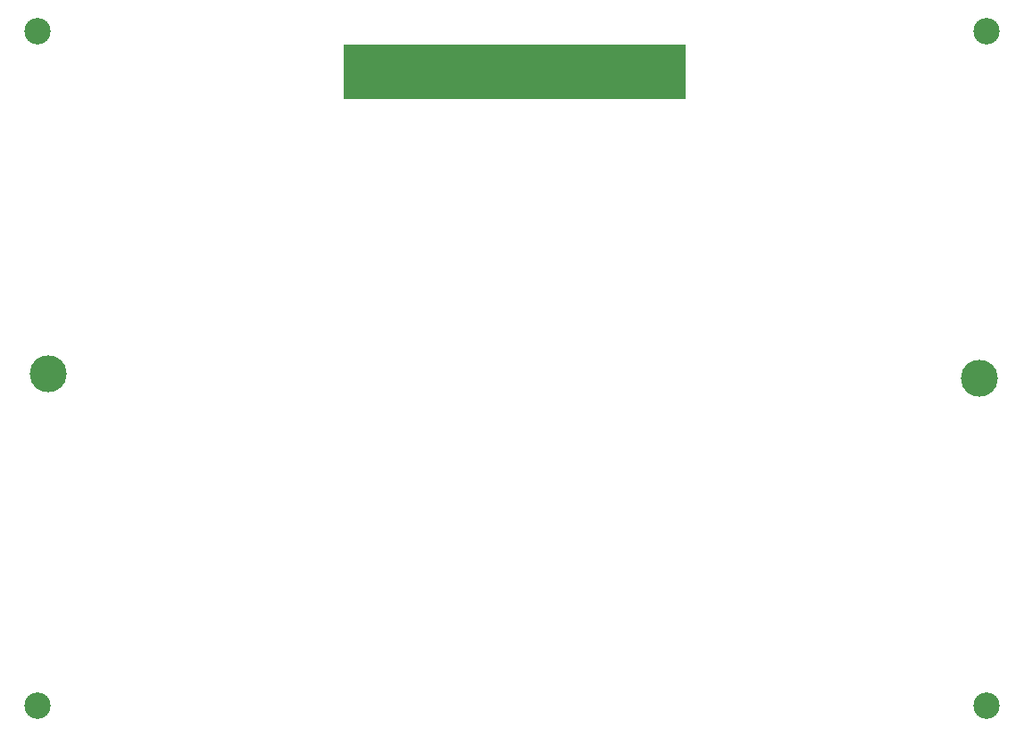
<source format=gbr>
%TF.GenerationSoftware,KiCad,Pcbnew,6.0.2-378541a8eb~116~ubuntu21.10.1*%
%TF.CreationDate,2022-03-01T19:57:36-08:00*%
%TF.ProjectId,cover_50x75,636f7665-725f-4353-9078-37352e6b6963,rev?*%
%TF.SameCoordinates,Original*%
%TF.FileFunction,Soldermask,Bot*%
%TF.FilePolarity,Negative*%
%FSLAX46Y46*%
G04 Gerber Fmt 4.6, Leading zero omitted, Abs format (unit mm)*
G04 Created by KiCad (PCBNEW 6.0.2-378541a8eb~116~ubuntu21.10.1) date 2022-03-01 19:57:36*
%MOMM*%
%LPD*%
G01*
G04 APERTURE LIST*
%ADD10C,2.500000*%
%ADD11C,3.500000*%
G04 APERTURE END LIST*
D10*
%TO.C,REF\u002A\u002A*%
X233160000Y-114400000D03*
%TD*%
%TO.C,REF\u002A\u002A*%
X143190000Y-114400000D03*
%TD*%
%TO.C,REF\u002A\u002A*%
X143200000Y-50400000D03*
%TD*%
%TO.C,REF\u002A\u002A*%
X233200000Y-50400000D03*
%TD*%
D11*
%TO.C,REF\u002A\u002A*%
X144210000Y-82920000D03*
%TD*%
%TO.C,REF\u002A\u002A*%
X232470000Y-83340000D03*
%TD*%
G36*
X204623737Y-51720002D02*
G01*
X204670230Y-51773658D01*
X204681616Y-51826000D01*
X204681616Y-56774000D01*
X204661614Y-56842121D01*
X204607958Y-56888614D01*
X204555616Y-56900000D01*
X172307616Y-56900000D01*
X172239495Y-56879998D01*
X172193002Y-56826342D01*
X172181616Y-56774000D01*
X172181616Y-51826000D01*
X172201618Y-51757879D01*
X172255274Y-51711386D01*
X172307616Y-51700000D01*
X204555616Y-51700000D01*
X204623737Y-51720002D01*
G37*
M02*

</source>
